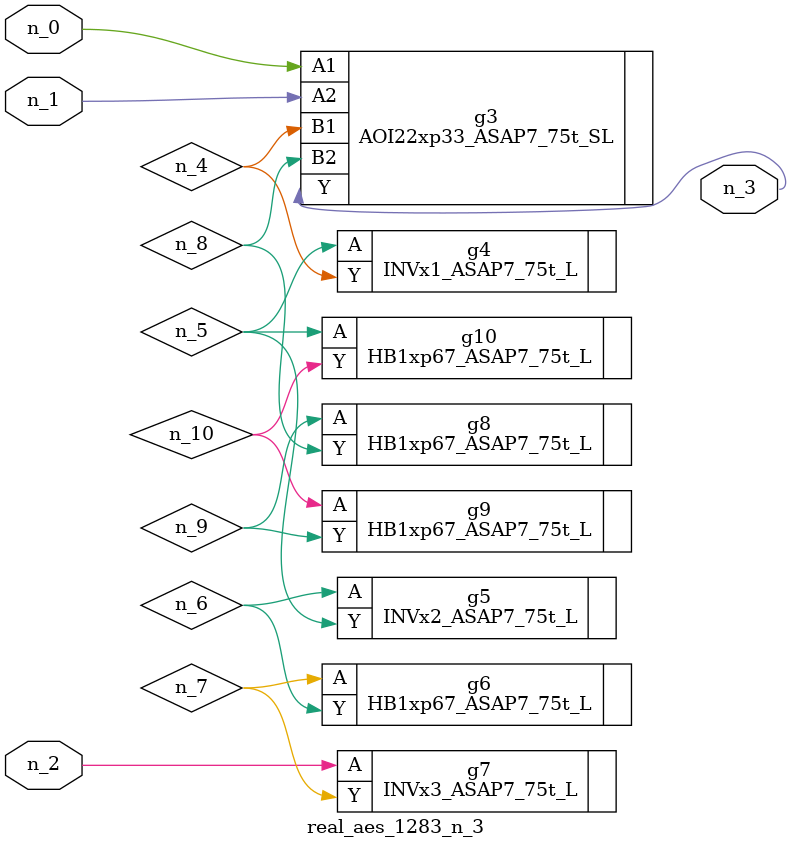
<source format=v>
module real_aes_1283_n_3 (n_0, n_2, n_1, n_3);
input n_0;
input n_2;
input n_1;
output n_3;
wire n_4;
wire n_5;
wire n_7;
wire n_8;
wire n_6;
wire n_9;
wire n_10;
AOI22xp33_ASAP7_75t_SL g3 ( .A1(n_0), .A2(n_1), .B1(n_4), .B2(n_8), .Y(n_3) );
INVx3_ASAP7_75t_L g7 ( .A(n_2), .Y(n_7) );
INVx1_ASAP7_75t_L g4 ( .A(n_5), .Y(n_4) );
HB1xp67_ASAP7_75t_L g10 ( .A(n_5), .Y(n_10) );
INVx2_ASAP7_75t_L g5 ( .A(n_6), .Y(n_5) );
HB1xp67_ASAP7_75t_L g6 ( .A(n_7), .Y(n_6) );
HB1xp67_ASAP7_75t_L g8 ( .A(n_9), .Y(n_8) );
HB1xp67_ASAP7_75t_L g9 ( .A(n_10), .Y(n_9) );
endmodule
</source>
